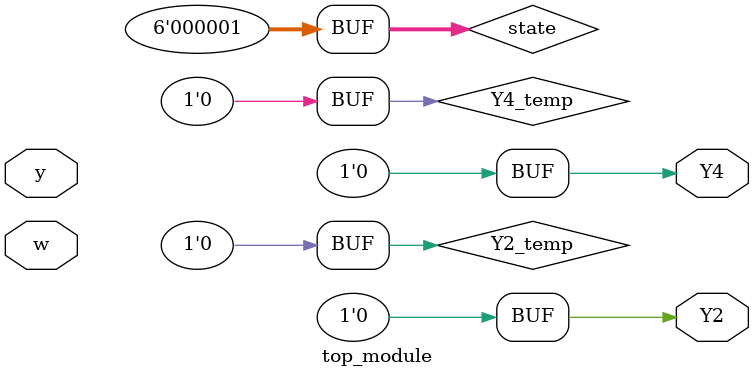
<source format=sv>
module top_module (
	input [6:1] y,
	input w,
	output Y2,
	output Y4
);
	
	// Declare state variables
	reg [5:0] state;
	reg Y2_temp, Y4_temp;
	
	// Next-state logic
	always @*
	begin
		case (state)
			6'b000001: state = (w) ? 6'b000001 : 6'b000010; // A
			6'b000010: state = (w) ? 6'b000001 : 6'b000011; // B
			6'b000100: state = (w) ? 6'b000011 : 6'b000100; // C
			6'b001000: state = (w) ? 6'b000100 : 6'b000101; // D
			6'b010000: state = (w) ? 6'b000101 : 6'b000110; // E
			6'b100000: state = (w) ? 6'b000110 : 6'b000010; // F
			default: state = 6'b000001; // Default state is A
		endcase
	end
	
	// Output logic
	always @*
	begin
		Y2_temp = (state == 6'b000010) ? 1'b1 : 1'b0; // Y2 = 1 if state is B, otherwise 0
		Y4_temp = (state == 6'b001000 || state == 6'b100000) ? 1'b1 : 1'b0; // Y4 = 1 if state is D or F, otherwise 0
	end
	
	assign Y2 = Y2_temp;
	assign Y4 = Y4_temp;
	
endmodule

</source>
